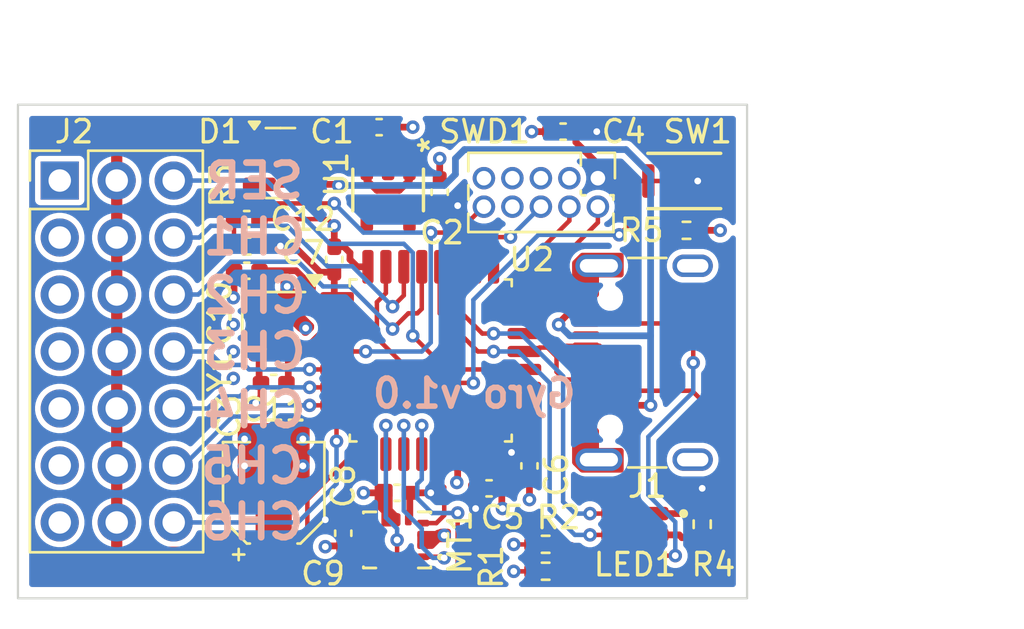
<source format=kicad_pcb>
(kicad_pcb (version 20241229) (generator "pcbnew") (generator_version "9.0")
  (layers (0 "F.Cu" signal) (4 "In1.Cu" signal) (6 "In2.Cu" signal) (2 "B.Cu" signal) (13 "F.Paste" user) (15 "B.Paste" user) (5 "F.SilkS" user "F.Silkscreen") (7 "B.SilkS" user "B.Silkscreen") (1 "F.Mask" user) (3 "B.Mask" user) (25 "Edge.Cuts" user))
  (net 0 "")
  (net 1 "+3.3V")
  (net 2 "GND")
  (net 3 "V_ESC")
  (net 4 "Net-(D1-K)")
  (net 5 "N_RESET")
  (net 6 "Net-(U2-PF0)")
  (net 7 "Net-(U2-PF1)")
  (net 8 "CRSF_RX_To_MCU")
  (net 10 "Net-(J1-CC1)")
  (net 11 "USB_D-")
  (net 12 "Net-(J1-CC2)")
  (net 13 "USB_D+")
  (net 15 "CH2_PWM")
  (net 16 "CH4_PWM")
  (net 17 "CH6_PWM")
  (net 18 "CH5_PWM")
  (net 19 "CH1_PWM")
  (net 20 "CH3_PWM")
  (net 21 "Net-(MT1-AP_CS)")
  (net 22 "IMU_INT")
  (net 23 "Net-(MT1-AP_SDA{slash}AP_SDIO{slash}AP_SDI)")
  (net 24 "Net-(MT1-AP_SCL{slash}AP_SCLK)")
  (net 25 "Net-(MT1-AP_SDO{slash}AP_AD0)")
  (net 27 "Net-(SW1-A)")
  (net 28 "Net-(LED1-A2)")
  (net 29 "STATUS_LED_BLUE")
  (net 30 "STATUS_LED_RED")
  (net 31 "SWD_CLK")
  (net 33 "SWD_SWO")
  (net 34 "SWD_DIO")
  (net 39 "Net-(D1-A-Pad2)")
  (footprint "Resistor_SMD:R_0402_1005Metric_Pad0.72x0.64mm_HandSolder" (layer "F.Cu") (at 150.5 96.2 -90)
    (property "Reference" "R4")
    (property "Value" "68")
  )
  (footprint "Capacitor_SMD:C_0402_1005Metric_Pad0.74x0.62mm_HandSolder" (layer "F.Cu") (at 130.2 84.9 180)
    (property "Reference" "C10")
    (property "Value" "10p")
  )
  (footprint "Capacitor_SMD:C_0402_1005Metric_Pad0.74x0.62mm_HandSolder" (layer "F.Cu") (at 130.196616 82.598548)
    (property "Reference" "C12")
    (property "Value" "0.1u")
  )
  (footprint "Capacitor_SMD:C_0402_1005Metric_Pad0.74x0.62mm_HandSolder" (layer "F.Cu") (at 136.1 78.5)
    (property "Reference" "C1")
    (property "Value" "0.1u")
  )
  (footprint "Capacitor_SMD:C_0402_1005Metric_Pad0.74x0.62mm_HandSolder" (layer "F.Cu") (at 142.8 93.6 -90)
    (property "Reference" "C6")
    (property "Value" "0.1u")
  )
  (footprint "Capacitor_SMD:C_0402_1005Metric_Pad0.74x0.62mm_HandSolder" (layer "F.Cu") (at 131.4 89.9 180)
    (property "Reference" "C11")
    (property "Value" "10p")
  )
  (footprint "LED_SMD_Custom:LED_APHBM2012QBDSURKC" (layer "F.Cu") (at 147.500687 96.2)
    (property "Reference" "LED1")
    (property "Value" "LED_Dual_AKKA")
  )
  (footprint "Crystal_Custom:Crystal_SMD_ECS_ECX_2236-4Pin_2.5x2.0mm" (layer "F.Cu") (at 131.4 87.5 -90)
    (property "Reference" "Y1")
    (property "Value" "Crystal_GND24")
  )
  (footprint "Connector_PinHeader_1.27mm:PinHeader_2x05_P1.27mm_Vertical" (layer "F.Cu") (at 145.85 80.775 -90)
    (property "Reference" "SWD1")
    (property "Value" "Conn_02x05_Odd_Even")
  )
  (footprint "Capacitor_SMD:C_0402_1005Metric_Pad0.74x0.62mm_HandSolder" (layer "F.Cu") (at 134.1 84.4 90)
    (property "Reference" "C7")
    (property "Value" "0.1u")
  )
  (footprint "Connector_PinHeader_2.54mm_Custom:PinHeader_3x07_P2.54mm_Vertical" (layer "F.Cu") (at 121.863 80.88)
    (property "Reference" "J2")
    (property "Value" "Conn_01x21")
  )
  (footprint "Button_Switch_SMD_Custom:R-667995_MIT" (layer "F.Cu") (at 149.7 80.9)
    (property "Reference" "SW1")
    (property "Value" "SW_SPST")
  )
  (footprint "Capacitor_SMD:C_0402_1005Metric_Pad0.74x0.62mm_HandSolder" (layer "F.Cu") (at 141 94.6)
    (property "Reference" "C5")
    (property "Value" "0.1u")
  )
  (footprint "Capacitor_SMD:C_0402_1005Metric_Pad0.74x0.62mm_HandSolder" (layer "F.Cu") (at 144.3 78.7 180)
    (property "Reference" "C4")
    (property "Value" "1u")
  )
  (footprint "Package_QFP:LQFP-32_7x7mm_P0.8mm" (layer "F.Cu") (at 138.4 88.9)
    (property "Reference" "U2")
    (property "Value" "STM32G431KBTx")
  )
  (footprint "Capacitor_SMD:C_0402_1005Metric_Pad0.74x0.62mm_HandSolder" (layer "F.Cu") (at 138.8 81.4 90)
    (property "Reference" "C2")
    (property "Value" "1u")
  )
  (footprint "Resistor_SMD:R_0402_1005Metric_Pad0.72x0.64mm_HandSolder" (layer "F.Cu") (at 143.521884 98.294379 180)
    (property "Reference" "R1")
    (property "Value" "5k1")
  )
  (footprint "Resistor_SMD:R_0402_1005Metric_Pad0.72x0.64mm_HandSolder" (layer "F.Cu") (at 143.521884 97.094379 180)
    (property "Reference" "R2")
    (property "Value" "5k1")
  )
  (footprint "Package_TO_SOT_SMD_Custom:SOT-25 SMV_TOS" (layer "F.Cu") (at 136.5 81.3 -90)
    (property "Reference" "U1")
    (property "Value" "TCR2EF33_LMCT")
  )
  (footprint "Connector_USB:USB_C_Receptacle_GCT_USB4105-xx-A_16P_TopMnt_Horizontal" (layer "F.Cu") (at 149 89 90)
    (property "Reference" "J1")
    (property "Value" "USB_C_Receptacle_USB2.0_16P")
  )
  (footprint "Package_LGA_Custom:XDCR_ICM-42605" (layer "F.Cu") (at 136.9 96.9 180)
    (property "Reference" "MT1")
    (property "Value" "ICM-42605")
  )
  (footprint "Resistor_SMD:R_0402_1005Metric_Pad0.72x0.64mm_HandSolder" (layer "F.Cu") (at 149.8 83.1)
    (property "Reference" "R5")
    (property "Value" "10k")
  )
  (footprint "Capacitor_SMD:C_0402_1005Metric_Pad0.74x0.62mm_HandSolder" (layer "F.Cu") (at 134.5 96.6 -90)
    (property "Reference" "C9")
    (property "Value" "0.1u")
  )
  (footprint "Resistor_SMD:R_0402_1005Metric_Pad0.72x0.64mm_HandSolder" (layer "F.Cu") (at 130.196616 83.798548 180)
    (property "Reference" "R3")
    (property "Value" "10k")
  )
  (footprint "Package_TO_SOT_SMD:SOT-23" (layer "F.Cu") (at 131.7 80.1)
    (property "Reference" "D1")
    (property "Value" "PMEG2005CT,215")
  )
  (footprint "Capacitor_SMD:C_0402_1005Metric_Pad0.74x0.62mm_HandSolder" (layer "F.Cu") (at 136.9 94.8 180)
    (property "Reference" "C8")
    (property "Value" "0.1u")
  )
  (footprint "Capacitor_SMD:CP_Elec_4x5.4" (layer "F.Cu") (at 131.4 94.8 90)
    (property "Reference" "C3")
    (property "Value" "22u")
  )
  (gr_rect (start 120 77.5) (end 152.5 99.5) (stroke (width 0.1)) (fill no) (layer "Edge.Cuts"))
  (gr_text "CH6" (at 128 96.1 0) (layer "B.SilkS") (effects (font (size 1.5 1.5) (thickness 0.3) (bold yes)) (justify right mirror)))
  (gr_text "CH5" (at 128 93.6 0) (layer "B.SilkS") (effects (font (size 1.5 1.5) (thickness 0.3) (bold yes)) (justify right mirror)))
  (gr_text "CH3" (at 128.1 88.5 0) (layer "B.SilkS") (effects (font (size 1.5 1.5) (thickness 0.3) (bold yes)) (justify right mirror)))
  (gr_text "Gyro v1.0" (at 145 91.1 0) (layer "B.SilkS") (effects (font (size 1.25 1.25) (thickness 0.25) (bold yes)) (justify left bottom mirror)))
  (gr_text "CH1" (at 128.1 83.4 0) (layer "B.SilkS") (effects (font (size 1.5 1.5) (thickness 0.3) (bold yes)) (justify right mirror)))
  (gr_text "CH4" (at 128.1 91.1 0) (layer "B.SilkS") (effects (font (size 1.5 1.5) (thickness 0.3) (bold yes)) (justify right mirror)))
  (gr_text "SER" (at 128.2 80.9 0) (layer "B.SilkS") (effects (font (size 1.5 1.5) (thickness 0.3) (bold yes)) (justify right mirror)))
  (gr_text "CH2" (at 128.1 86 0) (layer "B.SilkS") (effects (font (size 1.5 1.5) (thickness 0.3) (bold yes)) (justify right mirror)))
  (segment (start 135.0825 96.0325) (end 135.2 96.15) (width 0.3) (layer "F.Cu") (net 1))
  (segment (start 149.598187 95.6025) (end 150.5 95.6025) (width 0.3) (layer "F.Cu") (net 1))
  (segment (start 134.1 84.9675) (end 134.1 85.975) (width 0.3) (layer "F.Cu") (net 1))
  (segment (start 149.475687 95.725) (end 149.598187 95.6025) (width 0.3) (layer "F.Cu") (net 1))
  (segment (start 145.85 80.15) (end 145.85 80.775) (width 0.3) (layer "F.Cu") (net 1))
  (segment (start 134.5 96.0325) (end 133.7325 96.0325) (width 0.3) (layer "F.Cu") (net 1))
  (segment (start 140.4 94.5675) (end 140.4325 94.6) (width 0.3) (layer "F.Cu") (net 1))
  (segment (start 135.2 96.15) (end 135.7375 96.15) (width 0.3) (layer "F.Cu") (net 1))
  (segment (start 142.0325 93.0325) (end 142 93) (width 0.3) (layer "F.Cu") (net 1))
  (segment (start 133.4675 84.9675) (end 134.1 84.9675) (width 0.3) (layer "F.Cu") (net 1))
  (segment (start 148.400687 95.725) (end 149.475687 95.725) (width 0.3) (layer "F.Cu") (net 1))
  (segment (start 138.8 81.9675) (end 139.5675 81.9675) (width 0.3) (layer "F.Cu") (net 1))
  (segment (start 139.5675 81.9675) (end 139.6 82) (width 0.3) (layer "F.Cu") (net 1))
  (segment (start 137.450001 82.4444) (end 137.9556 82.4444) (width 0.3) (layer "F.Cu") (net 1))
  (segment (start 134.5 96.0325) (end 135.0825 96.0325) (width 0.3) (layer "F.Cu") (net 1))
  (segment (start 140.4 93.075) (end 140.4 94.5675) (width 0.3) (layer "F.Cu") (net 1))
  (segment (start 144.8675 79.1675) (end 145.85 80.15) (width 0.3) (layer "F.Cu") (net 1))
  (segment (start 142.8 93.0325) (end 142.0325 93.0325) (width 0.3) (layer "F.Cu") (net 1))
  (segment (start 131.7 83.798548) (end 132.298548 83.798548) (width 0.3) (layer "F.Cu") (net 1))
  (segment (start 137.4675 94.8) (end 138.4 94.8) (width 0.3) (layer "F.Cu") (net 1))
  (segment (start 151.3 80.9) (end 150.3 80.9) (width 0.3) (layer "F.Cu") (net 1))
  (segment (start 132.298548 83.798548) (end 133.4675 84.9675) (width 0.3) (layer "F.Cu") (net 1))
  (segment (start 150.5 94.6) (end 150.5 95.6025) (width 0.3) (layer "F.Cu") (net 1))
  (segment (start 142.8 91.925) (end 142.575 91.7) (width 0.3) (layer "F.Cu") (net 1))
  (segment (start 142.8 93.0325) (end 142.8 91.925) (width 0.3) (layer "F.Cu") (net 1))
  (segment (start 133.7325 96.0325) (end 133.7 96) (width 0.3) (layer "F.Cu") (net 1))
  (segment (start 144.8675 78.7) (end 144.8675 79.1675) (width 0.3) (layer "F.Cu") (net 1))
  (segment (start 140.4 94.6325) (end 140.4325 94.6) (width 0.3) (layer "F.Cu") (net 1))
  (segment (start 140.4 93.075) (end 140.4325 93.1075) (width 0.3) (layer "F.Cu") (net 1))
  (segment (start 137.4675 94.8) (end 137.4675 95.92) (width 0.3) (layer "F.Cu") (net 1))
  (segment (start 137.4675 95.92) (end 137.4 95.9875) (width 0.3) (layer "F.Cu") (net 1))
  (segment (start 130.794116 83.798548) (end 131.7 83.798548) (width 0.2) (layer "F.Cu") (net 1))
  (segment (start 138.4325 81.9675) (end 138.8 81.9675) (width 0.3) (layer "F.Cu") (net 1))
  (segment (start 134.1 85.975) (end 134.225 86.1) (width 0.3) (layer "F.Cu") (net 1))
  (segment (start 137.9556 82.4444) (end 138.4325 81.9675) (width 0.3) (layer "F.Cu") (net 1))
  (segment (start 144.8675 78.7) (end 145.8 78.7) (width 0.3) (layer "F.Cu") (net 1))
  (segment (start 140.4 95.5) (end 140.4 94.6325) (width 0.3) (layer "F.Cu") (net 1))
  (via (at 142 93) (size 0.6) (drill 0.3) (layers "F.Cu" "B.Cu") (net 1))
  (via (at 140.4 95.5) (size 0.6) (drill 0.3) (layers "F.Cu" "B.Cu") (net 1))
  (via (at 131.7 83.798548) (size 0.6) (drill 0.3) (layers "F.Cu" "B.Cu") (net 1))
  (via (at 133.7 96) (size 0.6) (drill 0.3) (layers "F.Cu" "B.Cu") (net 1))
  (via (at 145.8 78.7) (size 0.6) (drill 0.3) (layers "F.Cu" "B.Cu") (net 1))
  (via (at 139.6 82) (size 0.6) (drill 0.3) (layers "F.Cu" "B.Cu") (net 1))
  (via (at 138.4 94.8) (size 0.6) (drill 0.3) (layers "F.Cu" "B.Cu") (net 1))
  (via (at 150.5 94.6) (size 0.6) (drill 0.3) (layers "F.Cu" "B.Cu") (net 1))
  (via (at 150.3 80.9) (size 0.6) (drill 0.3) (layers "F.Cu" "B.Cu") (net 1))
  (segment (start 136.6675 79.0325) (end 136.5 79.2) (width 0.3) (layer "F.Cu") (net 2))
  (segment (start 142.1 97.1) (end 142.918763 97.1) (width 0.2) (layer "F.Cu") (net 2))
  (segment (start 142.1 98.3) (end 142.918763 98.3) (width 0.2) (layer "F.Cu") (net 2))
  (segment (start 136.6675 78.5) (end 137.6 78.5) (width 0.3) (layer "F.Cu") (net 2))
  (segment (start 130.764116 82.598548) (end 130.788297 82.622729) (width 0.2) (layer "F.Cu") (net 2))
  (segment (start 134.8 84.4) (end 135.125 84.725) (width 0.3) (layer "F.Cu") (net 2))
  (segment (start 130.75 89.8175) (end 130.8325 89.9) (width 0.3) (layer "F.Cu") (net 2))
  (segment (start 134.5 97.1675) (end 133.7325 97.1675) (width 0.3) (layer "F.Cu") (net 2))
  (segment (start 133.8 82.6) (end 134.1 82.9) (width 0.2) (layer "F.Cu") (net 2))
  (segment (start 134.5325 83.8325) (end 134.8 84.1) (width 0.3) (layer "F.Cu") (net 2))
  (segment (start 136.3325 94.8) (end 135.4 94.8) (width 0.3) (layer "F.Cu") (net 2))
  (segment (start 143.7325 78.7) (end 142.9 78.7) (width 0.3) (layer "F.Cu") (net 2))
  (segment (start 130.75 88.35) (end 130.75 89.8175) (width 0.3) (layer "F.Cu") (net 2))
  (segment (start 134.8 84.1) (end 134.8 84.4) (width 0.3) (layer "F.Cu") (net 2))
  (segment (start 135.125 84.725) (end 135.6 84.725) (width 0.3) (layer "F.Cu") (net 2))
  (segment (start 130.6 90.765) (end 130.8325 90.5325) (width 0.3) (layer "F.Cu") (net 2))
  (segment (start 151.3 83.1) (end 150.3975 83.1) (width 0.3) (layer "F.Cu") (net 2))
  (segment (start 134.1 83.8325) (end 134.1 82.9) (width 0.3) (layer "F.Cu") (net 2))
  (segment (start 141.5675 95.4675) (end 141.6 95.5) (width 0.3) (layer "F.Cu") (net 2))
  (segment (start 141.2 93.075) (end 141.2 94.2325) (width 0.3) (layer "F.Cu") (net 2))
  (segment (start 142.918763 98.3) (end 142.924384 98.294379) (width 0.2) (layer "F.Cu") (net 2))
  (segment (start 130.874434 82.622729) (end 130.897163 82.6) (width 0.2) (layer "F.Cu") (net 2))
  (segment (start 141.2 94.2325) (end 141.5675 94.6) (width 0.3) (layer "F.Cu") (net 2))
  (segment (start 139.6 94.300751) (end 139.6 93.075) (width 0.3) (layer "F.Cu") (net 2))
  (segment (start 136.6675 78.5) (end 136.6675 79.0325) (width 0.3) (layer "F.Cu") (net 2))
  (segment (start 130.897163 82.6) (end 133.8 82.6) (width 0.2) (layer "F.Cu") (net 2))
  (segment (start 139.562133 94.338618) (end 139.6 94.300751) (width 0.3) (layer "F.Cu") (net 2))
  (segment (start 134.1 83.8325) (end 134.5325 83.8325) (width 0.3) (layer "F.Cu") (net 2))
  (segment (start 133.7325 97.1675) (end 133.7 97.2) (width 0.3) (layer "F.Cu") (net 2))
  (segment (start 142.8 94.1675) (end 142.8 95.1) (width 0.3) (layer "F.Cu") (net 2))
  (segment (start 130.8325 90.5325) (end 130.8325 89.9) (width 0.3) (layer "F.Cu") (net 2))
  (segment (start 141.5675 94.6) (end 141.5675 95.4675) (width 0.3) (layer "F.Cu") (net 2))
  (segment (start 136.5 79.2) (end 136.5 80.1556) (width 0.3) (layer "F.Cu") (net 2))
  (segment (start 138.8 80.8325) (end 138.8 79.9) (width 0.3) (layer "F.Cu") (net 2))
  (segment (start 130.788297 82.622729) (end 130.874434 82.622729) (width 0.2) (layer "F.Cu") (net 2))
  (segment (start 130.6 90.8) (end 130.6 90.765) (width 0.3) (layer "F.Cu") (net 2))
  (segment (start 129.6 86.1) (end 129.6325 86.0675) (width 0.3) (layer "F.Cu") (net 2))
  (segment (start 142.918763 97.1) (end 142.924384 97.094379) (width 0.2) (layer "F.Cu") (net 2))
  (segment (start 129.6325 86.0675) (end 129.6325 84.9) (width 0.3) (layer "F.Cu") (net 2))
  (via (at 133.7 97.2) (size 0.6) (drill 0.3) (layers "F.Cu" "B.Cu") (net 2))
  (via (at 142.1 98.3) (size 0.6) (drill 0.3) (layers "F.Cu" "B.Cu") (net 2))
  (via (at 129.6 89.7) (size 0.6) (drill 0.3) (layers "F.Cu" "B.Cu") (net 2))
  (via (at 130.6 90.8) (size 0.6) (drill 0.3) (layers "F.Cu" "B.Cu") (net 2))
  (via (at 137.6 78.5) (size 0.6) (drill 0.3) (layers "F.Cu" "B.Cu") (net 2))
  (via (at 134.1 82.9) (size 0.6) (drill 0.3) (layers "F.Cu" "B.Cu") (net 2))
  (via (at 132.7 93.6) (size 0.6) (drill 0.3) (layers "F.Cu" "B.Cu") (net 2))
  (via (at 151.3 83.1) (size 0.6) (drill 0.3) (layers "F.Cu" "B.Cu") (net 2))
  (via (at 129.6 88.5) (size 0.6) (drill 0.3) (layers "F.Cu" "B.Cu") (net 2))
  (via (at 129.6 87.3) (size 0.6) (drill 0.3) (layers "F.Cu" "B.Cu") (net 2))
  (via (at 141.6 95.5) (size 0.6) (drill 0.3) (layers "F.Cu" "B.Cu") (net 2))
  (via (at 130.1 92.4) (size 0.6) (drill 0.3) (layers "F.Cu" "B.Cu") (net 2))
  (via (at 130.1 93.6) (size 0.6) (drill 0.3) (layers "F.Cu" "B.Cu") (net 2))
  (via (at 135.4 94.8) (size 0.6) (drill 0.3) (layers "F.Cu" "B.Cu") (net 2))
  (via (at 142.1 97.1) (size 0.6) (drill 0.3) (layers "F.Cu" "B.Cu") (net 2))
  (via (at 132.7 92.4) (size 0.6) (drill 0.3) (layers "F.Cu" "B.Cu") (net 2))
  (via (at 139.562133 94.338618) (size 0.6) (drill 0.3) (layers "F.Cu" "B.Cu") (net 2))
  (via (at 129.6 86.1) (size 0.6) (drill 0.3) (layers "F.Cu" "B.Cu") (net 2))
  (via (at 142.9 78.7) (size 0.6) (drill 0.3) (layers "F.Cu" "B.Cu") (net 2))
  (via (at 142.8 95.1) (size 0.6) (drill 0.3) (layers "F.Cu" "B.Cu") (net 2))
  (via (at 139.000001 96.695436) (size 0.6) (drill 0.3) (layers "F.Cu" "B.Cu") (net 2))
  (via (at 138.8 79.9) (size 0.6) (drill 0.3) (layers "F.Cu" "B.Cu") (net 2))
  (via (at 132.824151 87.456609) (size 0.6) (drill 0.3) (layers "F.Cu" "B.Cu") (net 2))
  (via (at 132 85.6) (size 0.6) (drill 0.3) (layers "F.Cu" "B.Cu") (net 2))
  (segment (start 130.7625 79.15) (end 125.3 79.15) (width 0.5) (layer "F.Cu") (net 3))
  (segment (start 135.494399 80.1) (end 135.549999 80.1556) (width 0.3) (layer "F.Cu") (net 4))
  (segment (start 137.450001 80.1556) (end 137.450001 80.8668) (width 0.3) (layer "F.Cu") (net 4))
  (segment (start 135.5325 78.5) (end 135.5325 80.138101) (width 0.3) (layer "F.Cu") (net 4))
  (segment (start 132.6375 80.1) (end 135.494399 80.1) (width 0.3) (layer "F.Cu") (net 4))
  (segment (start 135.549999 80.866799) (end 135.549999 80.1556) (width 0.3) (layer "F.Cu") (net 4))
  (segment (start 136.999001 81.3178) (end 136.001 81.3178) (width 0.3) (layer "F.Cu") (net 4))
  (segment (start 135.5325 80.138101) (end 135.549999 80.1556) (width 0.3) (layer "F.Cu") (net 4))
  (segment (start 137.450001 80.8668) (end 136.999001 81.3178) (width 0.3) (layer "F.Cu") (net 4))
  (segment (start 136.001 81.3178) (end 135.549999 80.866799) (width 0.3) (layer "F.Cu") (net 4))
  (segment (start 129.9 81.9) (end 129.629116 82.170884) (width 0.2) (layer "F.Cu") (net 5))
  (segment (start 129.629116 82.170884) (end 129.629116 82.598548) (width 0.2) (layer "F.Cu") (net 5))
  (segment (start 140.755 82.045) (end 140.77 82.045) (width 0.2) (layer "F.Cu") (net 5))
  (segment (start 134.1 81.9) (end 129.9 81.9) (width 0.2) (layer "F.Cu") (net 5))
  (segment (start 129.629116 83.768548) (end 129.599116 83.798548) (width 0.2) (layer "F.Cu") (net 5))
  (segment (start 139.6 83.2) (end 140.755 82.045) (width 0.2) (layer "F.Cu") (net 5))
  (segment (start 129.629116 82.598548) (end 129.629116 83.768548) (width 0.2) (layer "F.Cu") (net 5))
  (segment (start 135.5 88.5) (end 134.225 88.5) (width 0.2) (layer "F.Cu") (net 5))
  (segment (start 138.4 83.2) (end 139.6 83.2) (width 0.2) (layer "F.Cu") (net 5))
  (via (at 135.5 88.5) (size 0.6) (drill 0.3) (layers "F.Cu" "B.Cu") (net 5))
  (via (at 134.1 81.9) (size 0.6) (drill 0.3) (layers "F.Cu" "B.Cu") (net 5))
  (via (at 138.4 83.2) (size 0.6) (drill 0.3) (layers "F.Cu" "B.Cu") (net 5))
  (segment (start 138.4 88.1) (end 138.4 83.2) (width 0.2) (layer "B.Cu") (net 5))
  (segment (start 135.4 83.2) (end 134.1 81.9) (width 0.2) (layer "B.Cu") (net 5))
  (segment (start 138.4 83.2) (end 135.4 83.2) (width 0.2) (layer "B.Cu") (net 5))
  (segment (start 135.5 88.5) (end 138 88.5) (width 0.2) (layer "B.Cu") (net 5))
  (segment (start 138 88.5) (end 138.4 88.1) (width 0.2) (layer "B.Cu") (net 5))
  (segment (start 133.124 85.624) (end 133.124 86.42563) (width 0.3) (layer "F.Cu") (net 6))
  (segment (start 130.75 85.0175) (end 130.7675 85) (width 0.3) (layer "F.Cu") (net 6))
  (segment (start 130.7675 84.9) (end 132.4 84.9) (width 0.3) (layer "F.Cu") (net 6))
  (segment (start 133.124 86.42563) (end 133.59837 86.9) (width 0.3) (layer "F.Cu") (net 6))
  (segment (start 130.7675 85) (end 130.7675 84.9) (width 0.3) (layer "F.Cu") (net 6))
  (segment (start 132.4 84.9) (end 133.124 85.624) (width 0.3) (layer "F.Cu") (net 6))
  (segment (start 130.75 86.65) (end 130.75 85.0175) (width 0.3) (layer "F.Cu") (net 6))
  (segment (start 133.59837 86.9) (end 134.225 86.9) (width 0.3) (layer "F.Cu") (net 6))
  (segment (start 132.05 88.35) (end 132.05 89.8175) (width 0.3) (layer "F.Cu") (net 7))
  (segment (start 132.85 88.35) (end 133.5 87.7) (width 0.3) (layer "F.Cu") (net 7))
  (segment (start 132.05 89.8175) (end 131.9675 89.9) (width 0.3) (layer "F.Cu") (net 7))
  (segment (start 133.5 87.7) (end 134.225 87.7) (width 0.3) (layer "F.Cu") (net 7))
  (segment (start 132.05 88.35) (end 132.85 88.35) (width 0.3) (layer "F.Cu") (net 7))
  (segment (start 139.1 89.3) (end 142.575 89.3) (width 0.2) (layer "F.Cu") (net 8))
  (segment (start 137.6 87.8) (end 139.1 89.3) (width 0.2) (layer "F.Cu") (net 8))
  (via (at 137.6 87.8) (size 0.6) (drill 0.3) (layers "F.Cu" "B.Cu") (net 8))
  (segment (start 137.6 87.8) (end 137.6 84.1) (width 0.2) (layer "B.Cu") (net 8))
  (segment (start 131.08 80.88) (end 126.943 80.88) (width 0.2) (layer "B.Cu") (net 8))
  (segment (start 133.9 83.7) (end 131.08 80.88) (width 0.2) (layer "B.Cu") (net 8))
  (segment (start 137.2 83.7) (end 133.9 83.7) (width 0.2) (layer "B.Cu") (net 8))
  (segment (start 137.6 84.1) (end 137.2 83.7) (width 0.2) (layer "B.Cu") (net 8))
  (segment (start 151 98.3) (end 151.5 97.8) (width 0.2) (layer "F.Cu") (net 10))
  (segment (start 150.05 90.25) (end 145.32 90.25) (width 0.2) (layer "F.Cu") (net 10))
  (segment (start 144.125005 98.3) (end 151 98.3) (width 0.2) (layer "F.Cu") (net 10))
  (segment (start 151.5 97.8) (end 151.5 91.7) (width 0.2) (layer "F.Cu") (net 10))
  (segment (start 144.119384 98.294379) (end 144.125005 98.3) (width 0.2) (layer "F.Cu") (net 10))
  (segment (start 151.5 91.7) (end 150.05 90.25) (width 0.2) (layer "F.Cu") (net 10))
  (segment (start 143.606802 88.325) (end 144.006802 88.725) (width 0.2) (layer "F.Cu") (net 11))
  (segment (start 142.575 88.5) (end 143.075 88.5) (width 0.2) (layer "F.Cu") (net 11))
  (segment (start 144.457499 88.75) (end 145.32 88.75) (width 0.2) (layer "F.Cu") (net 11))
  (segment (start 144.006802 89.406802) (end 144.006802 88.725) (width 0.2) (layer "F.Cu") (net 11))
  (segment (start 144.432499 88.725) (end 144.457499 88.75) (width 0.2) (layer "F.Cu") (net 11))
  (segment (start 143.075 88.5) (end 143.25 88.325) (width 0.2) (layer "F.Cu") (net 11))
  (segment (start 145.32 89.75) (end 144.35 89.75) (width 0.2) (layer "F.Cu") (net 11))
  (segment (start 143.25 88.325) (end 143.606802 88.325) (width 0.2) (layer "F.Cu") (net 11))
  (segment (start 144.006802 88.725) (end 144.432499 88.725) (width 0.2) (layer "F.Cu") (net 11))
  (segment (start 144.35 89.75) (end 144.006802 89.406802) (width 0.2) (layer "F.Cu") (net 11))
  (segment (start 150.1 87.8) (end 149.55 87.25) (width 0.2) (layer "F.Cu") (net 12))
  (segment (start 144.7 97.1) (end 144.125005 97.1) (width 0.2) (layer "F.Cu") (net 12))
  (segment (start 150.1 89) (end 150.1 87.8) (width 0.2) (layer "F.Cu") (net 12))
  (segment (start 149.55 87.25) (end 145.32 87.25) (width 0.2) (layer "F.Cu") (net 12))
  (segment (start 144.125005 97.1) (end 144.119384 97.094379) (width 0.2) (layer "F.Cu") (net 12))
  (segment (start 145.2 97.6) (end 144.7 97.1) (width 0.2) (layer "F.Cu") (net 12))
  (segment (start 149.3 97.6) (end 145.2 97.6) (width 0.2) (layer "F.Cu") (net 12))
  (via (at 149.3 97.6) (size 0.6) (drill 0.3) (layers "F.Cu" "B.Cu") (net 12))
  (via (at 150.1 89) (size 0.6) (drill 0.3) (layers "F.Cu" "B.Cu") (net 12))
  (segment (start 148.1 94.9) (end 149.3 96.1) (width 0.2) (layer "B.Cu") (net 12))
  (segment (start 149.3 96.1) (end 149.3 97.6) (width 0.2) (layer "B.Cu") (net 12))
  (segment (start 150.1 89) (end 150.1 90.3) (width 0.2) (layer "B.Cu") (net 12))
  (segment (start 148.1 92.3) (end 148.1 94.9) (width 0.2) (layer "B.Cu") (net 12))
  (segment (start 150.1 90.3) (end 148.1 92.3) (width 0.2) (layer "B.Cu") (net 12))
  (segment (start 142.575 87.7) (end 143.075 87.7) (width 0.2) (layer "F.Cu") (net 13))
  (segment (start 146.026824 89.25) (end 145.32 89.25) (width 0.2) (layer "F.Cu") (net 13))
  (segment (start 145.928824 88.25) (end 146.196 88.517176) (width 0.2) (layer "F.Cu") (net 13))
  (segment (start 143.793198 87.875) (end 144.193198 88.275) (width 0.2) (layer "F.Cu") (net 13))
  (segment (start 143.075 87.7) (end 143.25 87.875) (width 0.2) (layer "F.Cu") (net 13))
  (segment (start 144.432499 88.275) (end 144.457499 88.25) (width 0.2) (layer "F.Cu") (net 13))
  (segment (start 144.457499 88.25) (end 145.32 88.25) (width 0.2) (layer "F.Cu") (net 13))
  (segment (start 144.193198 88.275) (end 144.432499 88.275) (width 0.2) (layer "F.Cu") (net 13))
  (segment (start 143.25 87.875) (end 143.793198 87.875) (width 0.2) (layer "F.Cu") (net 13))
  (segment (start 145.32 88.25) (end 145.928824 88.25) (width 0.2) (layer "F.Cu") (net 13))
  (segment (start 146.196 89.080824) (end 146.026824 89.25) (width 0.2) (layer "F.Cu") (net 13))
  (segment (start 146.196 88.517176) (end 146.196 89.080824) (width 0.2) (layer "F.Cu") (net 13))
  (segment (start 137.4 86.8) (end 137.8 86.8) (width 0.2) (layer "F.Cu") (net 15))
  (segment (start 136.7 87.5) (end 137.4 86.8) (width 0.2) (layer "F.Cu") (net 15))
  (segment (start 137.8 86.8) (end 138 86.6) (width 0.2) (layer "F.Cu") (net 15))
  (segment (start 138 86.6) (end 138 84.725) (width 0.2) (layer "F.Cu") (net 15))
  (via (at 136.7 87.5) (size 0.6) (drill 0.3) (layers "F.Cu" "B.Cu") (net 15))
  (segment (start 133.6 85.6) (end 132.5 84.5) (width 0.2) (layer "B.Cu") (net 15))
  (segment (start 132.5 84.5) (end 129.5 84.5) (width 0.2) (layer "B.Cu") (net 15))
  (segment (start 128.04 85.96) (end 126.943 85.96) (width 0.2) (layer "B.Cu") (net 15))
  (segment (start 134.8 85.6) (end 133.6 85.6) (width 0.2) (layer "B.Cu") (net 15))
  (segment (start 136.7 87.5) (end 134.8 85.6) (width 0.2) (layer "B.Cu") (net 15))
  (segment (start 129.5 84.5) (end 128.04 85.96) (width 0.2) (layer "B.Cu") (net 15))
  (segment (start 134.225 90.1) (end 133 90.1) (width 0.2) (layer "F.Cu") (net 16))
  (via (at 133 90.1) (size 0.6) (drill 0.3) (layers "F.Cu" "B.Cu") (net 16))
  (segment (start 130.3 90.1) (end 129.9 90.5) (width 0.2) (layer "B.Cu") (net 16))
  (segment (start 129 90.5) (end 128.46 91.04) (width 0.2) (layer "B.Cu") (net 16))
  (segment (start 133 90.1) (end 130.3 90.1) (width 0.2) (layer "B.Cu") (net 16))
  (segment (start 128.46 91.04) (end 126.943 91.04) (width 0.2) (layer "B.Cu") (net 16))
  (segment (start 129.9 90.5) (end 129 90.5) (width 0.2) (layer "B.Cu") (net 16))
  (segment (start 134.2 92.5) (end 134.2 91.725) (width 0.2) (layer "F.Cu") (net 17))
  (segment (start 134.2 91.725) (end 134.225 91.7) (width 0.2) (layer "F.Cu") (net 17))
  (via (at 134.2 92.5) (size 0.6) (drill 0.3) (layers "F.Cu" "B.Cu") (net 17))
  (segment (start 134.2 94.4) (end 132.48 96.12) (width 0.2) (layer "B.Cu") (net 17))
  (segment (start 134.2 92.5) (end 134.2 94.4) (width 0.2) (layer "B.Cu") (net 17))
  (segment (start 132.48 96.12) (end 126.943 96.12) (width 0.2) (layer "B.Cu") (net 17))
  (segment (start 134.225 90.9) (end 133 90.9) (width 0.2) (layer "F.Cu") (net 18))
  (via (at 133 90.9) (size 0.6) (drill 0.3) (layers "F.Cu" "B.Cu") (net 18))
  (segment (start 131 91.4) (end 129.5671 91.4) (width 0.2) (layer "B.Cu") (net 18))
  (segment (start 133 90.9) (end 131.5 90.9) (width 0.2) (layer "B.Cu") (net 18))
  (segment (start 131.5 90.9) (end 131 91.4) (width 0.2) (layer "B.Cu") (net 18))
  (segment (start 129.5671 91.4) (end 127.3871 93.58) (width 0.2) (layer "B.Cu") (net 18))
  (segment (start 127.3871 93.58) (end 126.943 93.58) (width 0.2) (layer "B.Cu") (net 18))
  (segment (start 137.2 86) (end 137.2 84.725) (width 0.2) (layer "F.Cu") (net 19))
  (segment (start 136.7 86.5) (end 137.2 86) (width 0.2) (layer "F.Cu") (net 19))
  (via (at 136.7 86.5) (size 0.6) (drill 0.3) (layers "F.Cu" "B.Cu") (net 19))
  (segment (start 133.8 84.7) (end 132 82.9) (width 0.2) (layer "B.Cu") (net 19))
  (segment (start 132 82.9) (end 128.6 82.9) (width 0.2) (layer "B.Cu") (net 19))
  (segment (start 128.6 82.9) (end 128.08 83.42) (width 0.2) (layer "B.Cu") (net 19))
  (segment (start 134.9 84.7) (end 133.8 84.7) (width 0.2) (layer "B.Cu") (net 19))
  (segment (start 136.7 86.5) (end 134.9 84.7) (width 0.2) (layer "B.Cu") (net 19))
  (segment (start 128.08 83.42) (end 126.943 83.42) (width 0.2) (layer "B.Cu") (net 19))
  (segment (start 134.225 89.3) (end 133 89.3) (width 0.2) (layer "F.Cu") (net 20))
  (via (at 133 89.3) (size 0.6) (drill 0.3) (layers "F.Cu" "B.Cu") (net 20))
  (segment (start 130.3 89.3) (end 130.1 89.1) (width 0.2) (layer "B.Cu") (net 20))
  (segment (start 129.1 89.1) (end 128.5 88.5) (width 0.2) (layer "B.Cu") (net 20))
  (segment (start 128.5 88.5) (end 126.943 88.5) (width 0.2) (layer "B.Cu") (net 20))
  (segment (start 130.1 89.1) (end 129.1 89.1) (width 0.2) (layer "B.Cu") (net 20))
  (segment (start 133 89.3) (end 130.3 89.3) (width 0.2) (layer "B.Cu") (net 20))
  (segment (start 134.925 93.075) (end 135.6 93.075) (width 0.2) (layer "F.Cu") (net 21))
  (segment (start 136.4 97.8125) (end 136.4 98.2) (width 0.2) (layer "F.Cu") (net 21))
  (segment (start 136.1 98.5) (end 133.6 98.5) (width 0.2) (layer "F.Cu") (net 21))
  (segment (start 132.9 97.8) (end 132.9 95.1) (width 0.2) (layer "F.Cu") (net 21))
  (segment (start 132.9 95.1) (end 134.925 93.075) (width 0.2) (layer "F.Cu") (net 21))
  (segment (start 133.6 98.5) (end 132.9 97.8) (width 0.2) (layer "F.Cu") (net 21))
  (segment (start 136.4 98.2) (end 136.1 98.5) (width 0.2) (layer "F.Cu") (net 21))
  (segment (start 138.8 94.350057) (end 139.001 94.551057) (width 0.2) (layer "F.Cu") (net 22))
  (segment (start 138.65 96.15) (end 138.0625 96.15) (width 0.2) (layer "F.Cu") (net 22))
  (segment (start 138.8 93.075) (end 138.8 94.350057) (width 0.2) (layer "F.Cu") (net 22))
  (segment (start 139.001 94.551057) (end 139.001 95.799) (width 0.2) (layer "F.Cu") (net 22))
  (segment (start 139.001 95.799) (end 138.65 96.15) (width 0.2) (layer "F.Cu") (net 22))
  (segment (start 137.4 98.2) (end 137.4 97.8125) (width 0.2) (layer "F.Cu") (net 23))
  (segment (start 137.7 98.5) (end 137.4 98.2) (width 0.2) (layer "F.Cu") (net 23))
  (segment (start 139.601 95.7) (end 139.6 95.701) (width 0.2) (layer "F.Cu") (net 23))
  (segment (start 139.6 98) (end 139.1 98.5) (width 0.2) (layer "F.Cu") (net 23))
  (segment (start 138 91.8) (end 138 93.075) (width 0.2) (layer "F.Cu") (net 23))
  (segment (start 139.6 95.701) (end 139.6 98) (width 0.2) (layer "F.Cu") (net 23))
  (segment (start 139.1 98.5) (end 137.7 98.5) (width 0.2) (layer "F.Cu") (net 23))
  (via (at 138 91.8) (size 0.6) (drill 0.3) (layers "F.Cu" "B.Cu") (net 23))
  (via (at 139.601 95.7) (size 0.6) (drill 0.3) (layers "F.Cu" "B.Cu") (net 23))
  (segment (start 137.799 95.048943) (end 137.799 94.401) (width 0.2) (layer "B.Cu") (net 23))
  (segment (start 138 94.2) (end 138 91.8) (width 0.2) (layer "B.Cu") (net 23))
  (segment (start 139.601 95.7) (end 138.450057 95.7) (width 0.2) (layer "B.Cu") (net 23))
  (segment (start 137.799 94.401) (end 138 94.2) (width 0.2) (layer "B.Cu") (net 23))
  (segment (start 138.450057 95.7) (end 137.799 95.048943) (width 0.2) (layer "B.Cu") (net 23))
  (segment (start 136.9 96.9) (end 136.9 97.8125) (width 0.2) (layer "F.Cu") (net 24))
  (segment (start 136.4 91.8) (end 136.4 93.075) (width 0.2) (layer "F.Cu") (net 24))
  (via (at 136.4 91.8) (size 0.6) (drill 0.3) (layers "F.Cu" "B.Cu") (net 24))
  (via (at 136.9 96.9) (size 0.6) (drill 0.3) (layers "F.Cu" "B.Cu") (net 24))
  (segment (start 136.4 95.9) (end 136.9 96.4) (width 0.2) (layer "B.Cu") (net 24))
  (segment (start 136.9 96.4) (end 136.9 96.9) (width 0.2) (layer "B.Cu") (net 24))
  (segment (start 136.4 91.8) (end 136.4 95.9) (width 0.2) (layer "B.Cu") (net 24))
  (segment (start 138.95 97.65) (end 138.0625 97.65) (width 0.2) (layer "F.Cu") (net 25))
  (segment (start 139 97.7) (end 138.95 97.65) (width 0.2) (layer "F.Cu") (net 25))
  (segment (start 137.2 91.8) (end 137.2 93.075) (width 0.2) (layer "F.Cu") (net 25))
  (via (at 137.2 91.8) (size 0.6) (drill 0.3) (layers "F.Cu" "B.Cu") (net 25))
  (via (at 139 97.7) (size 0.6) (drill 0.3) (layers "F.Cu" "B.Cu") (net 25))
  (segment (start 137.2 95.6) (end 137.2 91.8) (width 0.2) (layer "B.Cu") (net 25))
  (segment (start 138 97.2) (end 138 96.4) (width 0.2) (layer "B.Cu") (net 25))
  (segment (start 138 96.4) (end 137.2 95.6) (width 0.2) (layer "B.Cu") (net 25))
  (segment (start 139 97.7) (end 138.5 97.7) (width 0.2) (layer "B.Cu") (net 25))
  (segment (start 138.5 97.7) (end 138 97.2) (width 0.2) (layer "B.Cu") (net 25))
  (segment (start 148.1 80.9) (end 147.4 80.9) (width 0.2) (layer "F.Cu") (net 27))
  (segment (start 149.2 83.0975) (end 149.2 81.3) (width 0.2) (layer "F.Cu") (net 27))
  (segment (start 136.4 85.9) (end 136.4 84.725) (width 0.2) (layer "F.Cu") (net 27))
  (segment (start 136 87.9) (end 136 86.3) (width 0.2) (layer "F.Cu") (net 27))
  (segment (start 147.2 81.1) (end 147.2 82.9) (width 0.2) (layer "F.Cu") (net 27))
  (segment (start 148.8 80.9) (end 148.1 80.9) (width 0.2) (layer "F.Cu") (net 27))
  (segment (start 140.3 89.9) (end 138 89.9) (width 0.2) (layer "F.Cu") (net 27))
  (segment (start 136 86.3) (end 136.4 85.9) (width 0.2) (layer "F.Cu") (net 27))
  (segment (start 147.2 82.9) (end 146.8 83.3) (width 0.2) (layer "F.Cu") (net 27))
  (segment (start 149.2 81.3) (end 148.8 80.9) (width 0.2) (layer "F.Cu") (net 27))
  (segment (start 147.4 80.9) (end 147.2 81.1) (width 0.2) (layer "F.Cu") (net 27))
  (segment (start 138 89.9) (end 136 87.9) (width 0.2) (layer "F.Cu") (net 27))
  (segment (start 149.2025 83.1) (end 149.2 83.0975) (width 0.2) (layer "F.Cu") (net 27))
  (via (at 146.8 83.3) (size 0.6) (drill 0.3) (layers "F.Cu" "B.Cu") (net 27))
  (via (at 140.3 89.9) (size 0.6) (drill 0.3) (layers "F.Cu" "B.Cu") (net 27))
  (segment (start 140.3 89.9) (end 140.3 86.2) (width 0.2) (layer "B.Cu") (net 27))
  (segment (start 140.3 86.2) (end 143.2 83.3) (width 0.2) (layer "B.Cu") (net 27))
  (segment (start 143.2 83.3) (end 146.8 83.3) (width 0.2) (layer "B.Cu") (net 27))
  (segment (start 148.400687 96.675) (end 149.475687 96.675) (width 0.3) (layer "F.Cu") (net 28))
  (segment (start 149.603187 96.7975) (end 150.5 96.7975) (width 0.3) (layer "F.Cu") (net 28))
  (segment (start 149.600687 96.8) (end 149.603187 96.7975) (width 0.3) (layer "F.Cu") (net 28))
  (segment (start 149.475687 96.675) (end 149.600687 96.8) (width 0.3) (layer "F.Cu") (net 28))
  (segment (start 139.6 86.6) (end 139.6 84.725) (width 0.2) (layer "F.Cu") (net 29))
  (segment (start 140.7 87.7) (end 139.6 86.6) (width 0.2) (layer "F.Cu") (net 29))
  (segment (start 141.2 87.7) (end 140.7 87.7) (width 0.2) (layer "F.Cu") (net 29))
  (segment (start 145.5 95.725) (end 146.600687 95.725) (width 0.2) (layer "F.Cu") (net 29))
  (via (at 145.5 95.725) (size 0.6) (drill 0.3) (layers "F.Cu" "B.Cu") (net 29))
  (via (at 141.2 87.7) (size 0.6) (drill 0.3) (layers "F.Cu" "B.Cu") (net 29))
  (segment (start 142.4 87.7) (end 141.2 87.7) (width 0.2) (layer "B.Cu") (net 29))
  (segment (start 144.825 95.725) (end 144.3 95.2) (width 0.2) (layer "B.Cu") (net 29))
  (segment (start 145.5 95.725) (end 144.825 95.725) (width 0.2) (layer "B.Cu") (net 29))
  (segment (start 144.3 95.2) (end 144.3 89.6) (width 0.2) (layer "B.Cu") (net 29))
  (segment (start 144.3 89.6) (end 142.4 87.7) (width 0.2) (layer "B.Cu") (net 29))
  (segment (start 146.199265 96.675735) (end 146.2 96.675) (width 0.2) (layer "F.Cu") (net 30))
  (segment (start 146.2 96.675) (end 146.600687 96.675) (width 0.2) (layer "F.Cu") (net 30))
  (segment (start 138.8 86.8) (end 140.5 88.5) (width 0.2) (layer "F.Cu") (net 30))
  (segment (start 140.5 88.5) (end 141.2 88.5) (width 0.2) (layer "F.Cu") (net 30))
  (segment (start 145.5 96.675) (end 146.600687 96.675) (width 0.2) (layer "F.Cu") (net 30))
  (segment (start 138.8 84.725) (end 138.8 86.8) (width 0.2) (layer "F.Cu") (net 30))
  (via (at 141.2 88.5) (size 0.6) (drill 0.3) (layers "F.Cu" "B.Cu") (net 30))
  (via (at 145.5 96.675) (size 0.6) (drill 0.3) (layers "F.Cu" "B.Cu") (net 30))
  (segment (start 143.7 89.9) (end 142.3 88.5) (width 0.2) (layer "B.Cu") (net 30))
  (segment (start 145.5 96.675) (end 144.825 96.675) (width 0.2) (layer "B.Cu") (net 30))
  (segment (start 143.7 95.55) (end 143.7 89.9) (width 0.2) (layer "B.Cu") (net 30))
  (segment (start 144.825 96.675) (end 143.7 95.55) (width 0.2) (layer "B.Cu") (net 30))
  (segment (start 142.3 88.5) (end 141.2 88.5) (width 0.2) (layer "B.Cu") (net 30))
  (segment (start 142.575 84.675) (end 142.575 86.1) (width 0.2) (layer "F.Cu") (net 31))
  (segment (start 144.58 82.045) (end 144.58 82.67) (width 0.2) (layer "F.Cu") (net 31))
  (segment (start 144.58 82.67) (end 142.575 84.675) (width 0.2) (layer "F.Cu") (net 31))
  (segment (start 140.4 83.7) (end 140.4 84.725) (width 0.2) (layer "F.Cu") (net 33))
  (segment (start 140.7 83.4) (end 140.4 83.7) (width 0.2) (layer "F.Cu") (net 33))
  (segment (start 141.955 83.4) (end 140.7 83.4) (width 0.2) (layer "F.Cu") (net 33))
  (via (at 141.955 83.4) (size 0.6) (drill 0.3) (layers "F.Cu" "B.Cu") (net 33))
  (segment (start 141.955 83.4) (end 143.31 82.045) (width 0.2) (layer "B.Cu") (net 33))
  (segment (start 145.85 82.75) (end 143.8 84.8) (width 0.2) (layer "F.Cu") (net 34))
  (segment (start 143.8 84.8) (end 143.8 86.6) (width 0.2) (layer "F.Cu") (net 34))
  (segment (start 145.85 82.045) (end 145.85 82.75) (width 0.2) (layer "F.Cu") (net 34))
  (segment (start 143.5 86.9) (end 142.575 86.9) (width 0.2) (layer "F.Cu") (net 34))
  (segment (start 143.8 86.6) (end 143.5 86.9) (width 0.2) (layer "F.Cu") (net 34))
  (segment (start 148.2 90.9) (end 146.358281 90.9) (width 0.3) (layer "F.Cu") (net 39))
  (segment (start 144.745001 86.6) (end 144.1 87.245001) (width 0.3) (layer "F.Cu") (net 39))
  (segment (start 146.358281 90.9) (end 145.858281 91.4) (width 0.3) (layer "F.Cu") (net 39))
  (segment (start 145.858281 91.4) (end 145.32 91.4) (width 0.3) (layer "F.Cu") (net 39))
  (segment (start 145.32 86.6) (end 144.745001 86.6) (width 0.3) (layer "F.Cu") (net 39))
  (segment (start 134.25 81.05) (end 130.7625 81.05) (width 0.3) (layer "F.Cu") (net 39))
  (segment (start 144.1 87.245001) (end 144.1 87.3) (width 0.3) (layer "F.Cu") (net 39))
  (segment (start 134.3 81.1) (end 134.25 81.05) (width 0.3) (layer "F.Cu") (net 39))
  (via (at 144.1 87.3) (size 0.6) (drill 0.3) (layers "F.Cu" "B.Cu") (net 39))
  (via (at 148.2 90.9) (size 0.6) (drill 0.3) (layers "F.Cu" "B.Cu") (net 39))
  (via (at 134.3 81.1) (size 0.6) (drill 0.3) (layers "F.Cu" "B.Cu") (net 39))
  (segment (start 147.1 79.5) (end 148.2 80.6) (width 0.3) (layer "B.Cu") (net 39))
  (segment (start 148.2 90.9) (end 148.2 87.8) (width 0.3) (layer "B.Cu") (net 39))
  (segment (start 144.1 87.3) (end 144.6 87.8) (width 0.3) (layer "B.Cu") (net 39))
  (segment (start 139.5 79.9) (end 139.9 79.5) (width 0.3) (layer "B.Cu") (net 39))
  (segment (start 148.2 80.6) (end 148.2 87.8) (width 0.3) (layer "B.Cu") (net 39))
  (segment (start 139.9 79.5) (end 147.1 79.5) (width 0.3) (layer "B.Cu") (net 39))
  (segment (start 134.3 81.1) (end 139 81.1) (width 0.3) (layer "B.Cu") (net 39))
  (segment (start 144.6 87.8) (end 148.2 87.8) (width 0.3) (layer "B.Cu") (net 39))
  (segment (start 139.5 80.6) (end 139.5 79.9) (width 0.3) (layer "B.Cu") (net 39))
  (segment (start 139 81.1) (end 139.5 80.6) (width 0.3) (layer "B.Cu") (net 39))
  (zone (net 2) (net_name "GND") (layer "F.Cu") (priority 4) (connect_pads yes (clearance 0.2)) (min_thickness 0.25) (fill yes (thermal_gap 0.5) (thermal_bridge_width 0.5))
    (polygon (pts (xy 137.8 96.5) (xy 138.6 96.5) (xy 138.7 96.4) (xy 139.3 96.4) (xy 139.3 97) (xy 138.8 97) (xy 138.5 97.3) (xy 137.8 97.3)))
  )
  (zone (net 2) (net_name "GND") (layer "F.Cu") (priority 6) (connect_pads yes (clearance 0.2)) (min_thickness 0.25) (fill yes (thermal_gap 0.5) (thermal_bridge_width 0.5))
    (polygon (pts (xy 144.7 91.8) (xy 145.9 91.8) (xy 145.9 92.8) (xy 147 92.8) (xy 147 93.9) (xy 145.1 93.9) (xy 144.7 93.5)))
  )
  (zone (net 2) (net_name "GND") (layer "F.Cu") (priority 11) (connect_pads yes (clearance 0.2)) (min_thickness 0.25) (fill yes (thermal_gap 0.5) (thermal_bridge_width 0.5))
    (polygon (pts (xy 131.7 85.4) (xy 131.8 85.3) (xy 132.2 85.3) (xy 132.3 85.4) (xy 132.3 85.7) (xy 132.6 86) (xy 132.6 86.7) (xy 133.2 87.3) (xy 133.2 87.5) (xy 132.9 87.8) (xy 132.7 87.8) (xy 132.2 87.3) (xy 131.5 87.3) (xy 131.5 86) (xy 131.7 85.8)))
  )
  (zone (net 2) (net_name "GND") (layer "F.Cu") (priority 2) (connect_pads yes (clearance 0.2)) (min_thickness 0.25) (fill yes (thermal_gap 0.5) (thermal_bridge_width 0.5))
    (polygon (pts (xy 135 96.8) (xy 134.2 96.8) (xy 134.2 97.6) (xy 135.1 97.6) (xy 135.3 97.8) (xy 136 97.8) (xy 136 96.5) (xy 135.3 96.5)))
  )
  (zone (net 2) (net_name "GND") (layer "F.Cu") (priority 7) (connect_pads yes (clearance 0.2)) (min_thickness 0.25) (fill yes (thermal_gap 0.5) (thermal_bridge_width 0.5))
    (polygon (pts (xy 144.7 84.5) (xy 144.7 86.1) (xy 145.9 86.1) (xy 145.9 85.2) (xy 147 85.2) (xy 147 84.1) (xy 145.1 84.1)))
  )
  (zone (net 2) (net_name "GND") (layer "F.Cu") (priority 10) (connect_pads yes (clearance 0.2)) (min_thickness 0.25) (fill yes (thermal_gap 0.5) (thermal_bridge_width 0.5))
    (polygon (pts (xy 133 94.3) (xy 129.8 94.3) (xy 129.8 91.7) (xy 133 91.7)))
  )
  (zone (net 3) (net_name "V_ESC") (layer "F.Cu") (priority 8) (connect_pads thru_hole_only (clearance 0.2)) (min_thickness 0.25) (fill yes (thermal_gap 0.5) (thermal_bridge_width 0.5))
    (polygon (pts (xy 123.5 98) (xy 123.9 98.4) (xy 131.8 98.4) (xy 132.2 98) (xy 132.2 95.3) (xy 130.6 95.3) (xy 130.6 96.8) (xy 130.2 97.2) (xy 125.7 97.2) (xy 125.3 96.8) (xy 125.3 78.9) (xy 123.5 78.9)))
  )
  (zone (net 2) (net_name "GND") (layer "F.Cu") (priority 3) (connect_pads yes (clearance 0.2)) (min_thickness 0.25) (fill yes (thermal_gap 0.5) (thermal_bridge_width 0.5))
    (polygon (pts (xy 135.9 94.4) (xy 136.7 94.4) (xy 136.7 95.5) (xy 136.9 95.7) (xy 137.1 95.7) (xy 137.1 96.3) (xy 136.2 96.3) (xy 136.2 95.7) (xy 135.9 95.4)))
  )
  (zone (net 1) (net_name "+3.3V") (layer "B.Cu") (priority 12) (connect_pads yes (clearance 0.25)) (min_thickness 0.25) (fill yes (thermal_gap 0.5) (thermal_bridge_width 0.5))
    (polygon (pts (xy 119.5 76.9) (xy 153 76.9) (xy 153 99.9) (xy 119.5 99.9)))
  )
)
</source>
